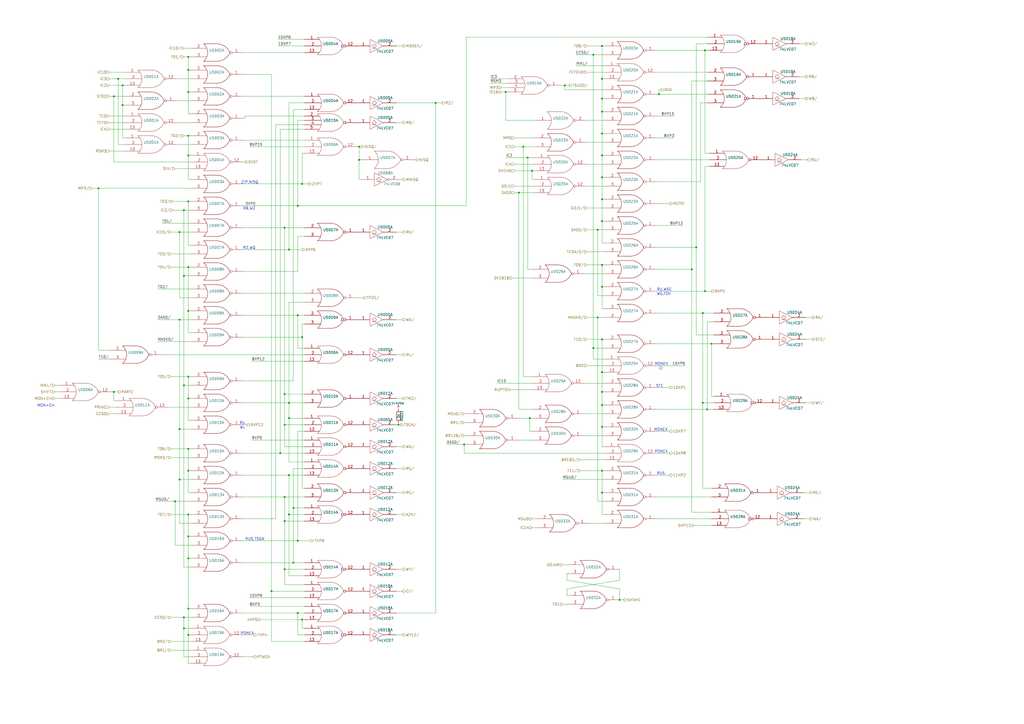
<source format=kicad_sch>
(kicad_sch (version 20211123) (generator eeschema)
  (paper "A2")
  (junction (at 349.25 166.37))
  (junction (at 410.21 237.49))
  (junction (at 382.27 54.61))
  (junction (at 408.94 29.21))
  (junction (at 109.22 53.34))
  (junction (at 306.07 91.44))
  (junction (at 349.25 45.72))
  (junction (at 344.17 201.93))
  (junction (at 401.32 156.21))
  (junction (at 66.04 227.33))
  (junction (at 104.14 185.42))
  (junction (at 101.6 290.83))
  (junction (at 172.72 182.88))
  (junction (at 349.25 215.9))
  (junction (at 403.86 143.51))
  (junction (at 109.22 311.15))
  (junction (at 346.71 133.35))
  (junction (at 165.1 330.2))
  (junction (at 349.25 90.17))
  (junction (at 165.1 302.26))
  (junction (at 106.68 121.92))
  (junction (at 412.75 199.39))
  (junction (at 71.12 49.53))
  (junction (at 66.04 55.88))
  (junction (at 109.22 231.14))
  (junction (at 175.26 106.68))
  (junction (at 109.22 273.05))
  (junction (at 407.67 181.61))
  (junction (at 109.22 353.06))
  (junction (at 327.66 49.53))
  (junction (at 170.18 294.64))
  (junction (at 208.28 92.71))
  (junction (at 165.1 246.38))
  (junction (at 106.68 160.02))
  (junction (at 157.48 342.9))
  (junction (at 349.25 64.77))
  (junction (at 104.14 134.62))
  (junction (at 109.22 218.44))
  (junction (at 349.25 273.05))
  (junction (at 349.25 115.57))
  (junction (at 349.25 153.67))
  (junction (at 349.25 247.65))
  (junction (at 300.99 111.76))
  (junction (at 231.14 246.38))
  (junction (at 172.72 355.6))
  (junction (at 106.68 358.14))
  (junction (at 109.22 40.64))
  (junction (at 349.25 234.95))
  (junction (at 165.1 132.08))
  (junction (at 408.94 168.91))
  (junction (at 104.14 278.13))
  (junction (at 104.14 248.92))
  (junction (at 165.1 228.6))
  (junction (at 349.25 227.33))
  (junction (at 109.22 154.94))
  (junction (at 349.25 196.85))
  (junction (at 359.41 347.98))
  (junction (at 109.22 180.34))
  (junction (at 106.68 364.49))
  (junction (at 172.72 119.38))
  (junction (at 57.15 109.22))
  (junction (at 71.12 60.96))
  (junction (at 349.25 26.67))
  (junction (at 293.37 53.34))
  (junction (at 109.22 323.85))
  (junction (at 167.64 275.59))
  (junction (at 170.18 326.39))
  (junction (at 269.24 257.81))
  (junction (at 307.34 242.57))
  (junction (at 167.64 242.57))
  (junction (at 407.67 233.68))
  (junction (at 172.72 313.69))
  (junction (at 106.68 223.52))
  (junction (at 165.1 288.29))
  (junction (at 167.64 233.68))
  (junction (at 167.64 144.78))
  (junction (at 109.22 298.45))
  (junction (at 109.22 78.74))
  (junction (at 109.22 90.17))
  (junction (at 303.53 85.09))
  (junction (at 175.26 195.58))
  (junction (at 208.28 85.09))
  (junction (at 308.61 99.06))
  (junction (at 175.26 359.41))
  (junction (at 349.25 102.87))
  (junction (at 167.64 298.45))
  (junction (at 109.22 33.02))
  (junction (at 109.22 260.35))
  (junction (at 252.73 59.69))
  (junction (at 349.25 57.15))
  (junction (at 349.25 285.75))
  (junction (at 162.56 262.89))
  (junction (at 346.71 184.15))
  (junction (at 349.25 77.47))
  (junction (at 68.58 45.72))
  (junction (at 344.17 31.75))
  (junction (at 109.22 368.3))
  (junction (at 109.22 116.84))
  (junction (at 349.25 128.27))
  (wire (pts (xy 63.5 41.91) (xy 72.39 41.91)))
  (wire (pts (xy 381 212.09) (xy 397.51 212.09)))
  (wire (pts (xy 339.09 222.25) (xy 350.52 222.25)))
  (wire (pts (xy 401.32 297.18) (xy 412.75 297.18)))
  (wire (pts (xy 349.25 247.65) (xy 349.25 259.08)))
  (wire (pts (xy 403.86 25.4) (xy 410.21 25.4)))
  (wire (pts (xy 140.97 157.48) (xy 172.72 157.48)))
  (wire (pts (xy 172.72 69.85) (xy 176.53 69.85)))
  (wire (pts (xy 232.41 104.14) (xy 233.68 104.14)))
  (wire (pts (xy 414.02 186.69) (xy 410.21 186.69)))
  (wire (pts (xy 170.18 271.78) (xy 170.18 294.64)))
  (wire (pts (xy 407.67 181.61) (xy 407.67 233.68)))
  (wire (pts (xy 109.22 78.74) (xy 110.49 78.74)))
  (wire (pts (xy 327.66 49.53) (xy 327.66 52.07)))
  (wire (pts (xy 109.22 142.24) (xy 110.49 142.24)))
  (wire (pts (xy 99.06 134.62) (xy 104.14 134.62)))
  (wire (pts (xy 229.87 231.14) (xy 233.68 231.14)))
  (wire (pts (xy 102.87 58.42) (xy 110.49 58.42)))
  (wire (pts (xy 63.5 203.2) (xy 57.15 203.2)))
  (wire (pts (xy 99.06 154.94) (xy 109.22 154.94)))
  (wire (pts (xy 229.87 134.62) (xy 233.68 134.62)))
  (wire (pts (xy 407.67 233.68) (xy 407.67 283.21)))
  (wire (pts (xy 64.77 227.33) (xy 66.04 227.33)))
  (wire (pts (xy 106.68 121.92) (xy 110.49 121.92)))
  (wire (pts (xy 269.24 245.11) (xy 270.51 245.11)))
  (wire (pts (xy 167.64 59.69) (xy 176.53 59.69)))
  (wire (pts (xy 406.4 59.69) (xy 410.21 59.69)))
  (wire (pts (xy 349.25 153.67) (xy 350.52 153.67)))
  (wire (pts (xy 293.37 91.44) (xy 306.07 91.44)))
  (wire (pts (xy 110.49 129.54) (xy 93.98 129.54)))
  (wire (pts (xy 71.12 60.96) (xy 71.12 80.01)))
  (wire (pts (xy 165.1 228.6) (xy 176.53 228.6)))
  (wire (pts (xy 298.45 99.06) (xy 308.61 99.06)))
  (wire (pts (xy 412.75 199.39) (xy 414.02 199.39)))
  (wire (pts (xy 208.28 85.09) (xy 209.55 85.09)))
  (wire (pts (xy 176.53 271.78) (xy 170.18 271.78)))
  (wire (pts (xy 402.59 304.8) (xy 412.75 304.8)))
  (wire (pts (xy 109.22 273.05) (xy 109.22 285.75)))
  (wire (pts (xy 99.06 358.14) (xy 106.68 358.14)))
  (wire (pts (xy 349.25 26.67) (xy 350.52 26.67)))
  (wire (pts (xy 140.97 233.68) (xy 167.64 233.68)))
  (wire (pts (xy 106.68 381) (xy 110.49 381)))
  (wire (pts (xy 71.12 80.01) (xy 72.39 80.01)))
  (wire (pts (xy 175.26 283.21) (xy 176.53 283.21)))
  (wire (pts (xy 165.1 302.26) (xy 176.53 302.26)))
  (wire (pts (xy 31.75 231.14) (xy 34.29 231.14)))
  (wire (pts (xy 140.97 368.3) (xy 147.32 368.3)))
  (wire (pts (xy 231.14 246.38) (xy 232.41 246.38)))
  (wire (pts (xy 165.1 246.38) (xy 176.53 246.38)))
  (wire (pts (xy 109.22 66.04) (xy 110.49 66.04)))
  (wire (pts (xy 349.25 26.67) (xy 349.25 45.72)))
  (wire (pts (xy 140.97 355.6) (xy 172.72 355.6)))
  (wire (pts (xy 176.53 346.71) (xy 144.78 346.71)))
  (wire (pts (xy 303.53 85.09) (xy 309.88 85.09)))
  (wire (pts (xy 349.25 90.17) (xy 349.25 102.87)))
  (wire (pts (xy 175.26 187.96) (xy 175.26 195.58)))
  (wire (pts (xy 382.27 54.61) (xy 382.27 52.07)))
  (wire (pts (xy 99.06 147.32) (xy 110.49 147.32)))
  (wire (pts (xy 109.22 116.84) (xy 110.49 116.84)))
  (wire (pts (xy 340.36 212.09) (xy 350.52 212.09)))
  (wire (pts (xy 229.87 298.45) (xy 233.68 298.45)))
  (wire (pts (xy 109.22 260.35) (xy 110.49 260.35)))
  (wire (pts (xy 167.64 242.57) (xy 176.53 242.57)))
  (wire (pts (xy 344.17 31.75) (xy 350.52 31.75)))
  (wire (pts (xy 109.22 231.14) (xy 109.22 243.84)))
  (wire (pts (xy 410.21 46.99) (xy 401.32 46.99)))
  (wire (pts (xy 66.04 227.33) (xy 66.04 232.41)))
  (wire (pts (xy 165.1 132.08) (xy 176.53 132.08)))
  (wire (pts (xy 102.87 83.82) (xy 110.49 83.82)))
  (wire (pts (xy 300.99 255.27) (xy 308.61 255.27)))
  (wire (pts (xy 412.75 300.99) (xy 381 300.99)))
  (wire (pts (xy 293.37 53.34) (xy 293.37 69.85)))
  (wire (pts (xy 172.72 201.93) (xy 176.53 201.93)))
  (wire (pts (xy 349.25 234.95) (xy 349.25 247.65)))
  (wire (pts (xy 294.64 45.72) (xy 284.48 45.72)))
  (wire (pts (xy 381 29.21) (xy 408.94 29.21)))
  (wire (pts (xy 381 143.51) (xy 403.86 143.51)))
  (wire (pts (xy 99.06 218.44) (xy 109.22 218.44)))
  (wire (pts (xy 146.05 255.27) (xy 176.53 255.27)))
  (wire (pts (xy 229.87 185.42) (xy 233.68 185.42)))
  (wire (pts (xy 382.27 52.07) (xy 383.54 52.07)))
  (wire (pts (xy 140.97 144.78) (xy 167.64 144.78)))
  (wire (pts (xy 340.36 196.85) (xy 349.25 196.85)))
  (wire (pts (xy 109.22 273.05) (xy 110.49 273.05)))
  (wire (pts (xy 350.52 146.05) (xy 340.36 146.05)))
  (wire (pts (xy 410.21 186.69) (xy 410.21 237.49)))
  (wire (pts (xy 303.53 218.44) (xy 308.61 218.44)))
  (wire (pts (xy 160.02 72.39) (xy 176.53 72.39)))
  (wire (pts (xy 140.97 55.88) (xy 176.53 55.88)))
  (wire (pts (xy 349.25 45.72) (xy 349.25 57.15)))
  (wire (pts (xy 336.55 273.05) (xy 349.25 273.05)))
  (wire (pts (xy 109.22 231.14) (xy 110.49 231.14)))
  (wire (pts (xy 349.25 227.33) (xy 349.25 234.95)))
  (wire (pts (xy 293.37 53.34) (xy 294.64 53.34)))
  (wire (pts (xy 109.22 53.34) (xy 110.49 53.34)))
  (wire (pts (xy 71.12 60.96) (xy 72.39 60.96)))
  (wire (pts (xy 327.66 52.07) (xy 350.52 52.07)))
  (wire (pts (xy 167.64 298.45) (xy 167.64 334.01)))
  (wire (pts (xy 104.14 185.42) (xy 104.14 248.92)))
  (wire (pts (xy 346.71 171.45) (xy 346.71 133.35)))
  (wire (pts (xy 381 250.19) (xy 388.62 250.19)))
  (wire (pts (xy 381 80.01) (xy 391.16 80.01)))
  (wire (pts (xy 109.22 298.45) (xy 110.49 298.45)))
  (wire (pts (xy 349.25 115.57) (xy 350.52 115.57)))
  (wire (pts (xy 172.72 157.48) (xy 172.72 137.16)))
  (wire (pts (xy 165.1 259.08) (xy 176.53 259.08)))
  (wire (pts (xy 68.58 45.72) (xy 68.58 83.82)))
  (wire (pts (xy 349.25 285.75) (xy 349.25 298.45)))
  (wire (pts (xy 34.29 223.52) (xy 31.75 223.52)))
  (wire (pts (xy 349.25 64.77) (xy 350.52 64.77)))
  (wire (pts (xy 293.37 69.85) (xy 309.88 69.85)))
  (wire (pts (xy 109.22 368.3) (xy 110.49 368.3)))
  (wire (pts (xy 307.34 250.19) (xy 307.34 242.57)))
  (wire (pts (xy 109.22 40.64) (xy 109.22 53.34)))
  (wire (pts (xy 298.45 80.01) (xy 309.88 80.01)))
  (wire (pts (xy 359.41 336.55) (xy 328.93 341.63)))
  (wire (pts (xy 401.32 156.21) (xy 401.32 297.18)))
  (wire (pts (xy 91.44 167.64) (xy 110.49 167.64)))
  (wire (pts (xy 308.61 250.19) (xy 307.34 250.19)))
  (wire (pts (xy 167.64 233.68) (xy 176.53 233.68)))
  (wire (pts (xy 240.03 92.71) (xy 241.3 92.71)))
  (wire (pts (xy 346.71 290.83) (xy 350.52 290.83)))
  (wire (pts (xy 104.14 278.13) (xy 110.49 278.13)))
  (wire (pts (xy 349.25 196.85) (xy 350.52 196.85)))
  (wire (pts (xy 176.53 63.5) (xy 170.18 63.5)))
  (wire (pts (xy 229.87 59.69) (xy 252.73 59.69)))
  (wire (pts (xy 109.22 353.06) (xy 110.49 353.06)))
  (wire (pts (xy 407.67 233.68) (xy 414.02 233.68)))
  (wire (pts (xy 162.56 74.93) (xy 162.56 262.89)))
  (wire (pts (xy 269.24 257.81) (xy 270.51 257.81)))
  (wire (pts (xy 140.97 381) (xy 147.32 381)))
  (wire (pts (xy 104.14 134.62) (xy 104.14 172.72)))
  (wire (pts (xy 165.1 330.2) (xy 176.53 330.2)))
  (wire (pts (xy 381 118.11) (xy 388.62 118.11)))
  (wire (pts (xy 142.24 68.58) (xy 142.24 67.31)))
  (wire (pts (xy 167.64 242.57) (xy 167.64 267.97)))
  (wire (pts (xy 140.97 81.28) (xy 176.53 81.28)))
  (wire (pts (xy 167.64 334.01) (xy 176.53 334.01)))
  (wire (pts (xy 63.5 55.88) (xy 66.04 55.88)))
  (wire (pts (xy 349.25 227.33) (xy 350.52 227.33)))
  (wire (pts (xy 411.48 92.71) (xy 381 92.71)))
  (wire (pts (xy 165.1 228.6) (xy 165.1 246.38)))
  (wire (pts (xy 176.53 294.64) (xy 170.18 294.64)))
  (wire (pts (xy 100.33 121.92) (xy 106.68 121.92)))
  (wire (pts (xy 63.5 87.63) (xy 72.39 87.63)))
  (wire (pts (xy 104.14 248.92) (xy 110.49 248.92)))
  (wire (pts (xy 101.6 290.83) (xy 110.49 290.83)))
  (wire (pts (xy 167.64 275.59) (xy 167.64 298.45)))
  (wire (pts (xy 176.53 209.55) (xy 146.05 209.55)))
  (wire (pts (xy 71.12 49.53) (xy 71.12 60.96)))
  (wire (pts (xy 175.26 359.41) (xy 175.26 364.49)))
  (wire (pts (xy 142.24 67.31) (xy 176.53 67.31)))
  (wire (pts (xy 328.93 336.55) (xy 328.93 332.74)))
  (wire (pts (xy 403.86 25.4) (xy 403.86 143.51)))
  (wire (pts (xy 160.02 300.99) (xy 160.02 72.39)))
  (wire (pts (xy 349.25 166.37) (xy 349.25 179.07)))
  (wire (pts (xy 170.18 63.5) (xy 170.18 220.98)))
  (wire (pts (xy 349.25 298.45) (xy 350.52 298.45)))
  (wire (pts (xy 109.22 243.84) (xy 110.49 243.84)))
  (wire (pts (xy 359.41 330.2) (xy 359.41 336.55)))
  (wire (pts (xy 167.64 144.78) (xy 167.64 59.69)))
  (wire (pts (xy 252.73 59.69) (xy 252.73 355.6)))
  (wire (pts (xy 349.25 247.65) (xy 350.52 247.65)))
  (wire (pts (xy 463.55 44.45) (xy 467.36 44.45)))
  (wire (pts (xy 97.79 236.22) (xy 110.49 236.22)))
  (wire (pts (xy 157.48 43.18) (xy 157.48 342.9)))
  (wire (pts (xy 412.75 229.87) (xy 412.75 199.39)))
  (wire (pts (xy 63.5 71.12) (xy 72.39 71.12)))
  (wire (pts (xy 259.08 257.81) (xy 269.24 257.81)))
  (wire (pts (xy 229.87 71.12) (xy 233.68 71.12)))
  (wire (pts (xy 109.22 104.14) (xy 110.49 104.14)))
  (wire (pts (xy 308.61 222.25) (xy 288.29 222.25)))
  (wire (pts (xy 298.45 111.76) (xy 300.99 111.76)))
  (wire (pts (xy 101.6 97.79) (xy 110.49 97.79)))
  (wire (pts (xy 109.22 384.81) (xy 110.49 384.81)))
  (wire (pts (xy 269.24 252.73) (xy 270.51 252.73)))
  (wire (pts (xy 140.97 246.38) (xy 143.51 246.38)))
  (wire (pts (xy 403.86 194.31) (xy 414.02 194.31)))
  (wire (pts (xy 109.22 33.02) (xy 110.49 33.02)))
  (wire (pts (xy 349.25 102.87) (xy 349.25 115.57)))
  (wire (pts (xy 109.22 323.85) (xy 109.22 353.06)))
  (wire (pts (xy 231.14 246.38) (xy 231.14 245.11)))
  (wire (pts (xy 412.75 288.29) (xy 381 288.29)))
  (wire (pts (xy 167.64 233.68) (xy 167.64 242.57)))
  (wire (pts (xy 349.25 45.72) (xy 350.52 45.72)))
  (wire (pts (xy 176.53 22.86) (xy 161.29 22.86)))
  (wire (pts (xy 157.48 342.9) (xy 176.53 342.9)))
  (wire (pts (xy 106.68 223.52) (xy 110.49 223.52)))
  (wire (pts (xy 349.25 128.27) (xy 350.52 128.27)))
  (wire (pts (xy 401.32 46.99) (xy 401.32 156.21)))
  (wire (pts (xy 270.51 240.03) (xy 269.24 240.03)))
  (wire (pts (xy 57.15 203.2) (xy 57.15 109.22)))
  (wire (pts (xy 140.97 106.68) (xy 175.26 106.68)))
  (wire (pts (xy 252.73 355.6) (xy 229.87 355.6)))
  (wire (pts (xy 344.17 31.75) (xy 344.17 201.93)))
  (wire (pts (xy 109.22 53.34) (xy 109.22 66.04)))
  (wire (pts (xy 165.1 246.38) (xy 165.1 259.08)))
  (wire (pts (xy 63.5 49.53) (xy 71.12 49.53)))
  (wire (pts (xy 167.64 175.26) (xy 176.53 175.26)))
  (wire (pts (xy 381 130.81) (xy 396.24 130.81)))
  (wire (pts (xy 110.49 71.12) (xy 102.87 71.12)))
  (wire (pts (xy 91.44 185.42) (xy 104.14 185.42)))
  (wire (pts (xy 175.26 88.9) (xy 175.26 106.68)))
  (wire (pts (xy 349.25 285.75) (xy 350.52 285.75)))
  (wire (pts (xy 344.17 201.93) (xy 350.52 201.93)))
  (wire (pts (xy 311.15 306.07) (xy 308.61 306.07)))
  (wire (pts (xy 167.64 298.45) (xy 176.53 298.45)))
  (wire (pts (xy 102.87 45.72) (xy 110.49 45.72)))
  (wire (pts (xy 307.34 242.57) (xy 308.61 242.57)))
  (wire (pts (xy 140.97 275.59) (xy 167.64 275.59)))
  (wire (pts (xy 408.94 29.21) (xy 408.94 88.9)))
  (wire (pts (xy 170.18 326.39) (xy 176.53 326.39)))
  (wire (pts (xy 106.68 364.49) (xy 110.49 364.49)))
  (wire (pts (xy 467.36 196.85) (xy 471.17 196.85)))
  (wire (pts (xy 106.68 328.93) (xy 110.49 328.93)))
  (wire (pts (xy 381 105.41) (xy 406.4 105.41)))
  (wire (pts (xy 349.25 115.57) (xy 349.25 128.27)))
  (wire (pts (xy 104.14 278.13) (xy 104.14 303.53)))
  (wire (pts (xy 381 67.31) (xy 391.16 67.31)))
  (wire (pts (xy 406.4 105.41) (xy 406.4 59.69)))
  (wire (pts (xy 109.22 368.3) (xy 109.22 384.81)))
  (wire (pts (xy 229.87 342.9) (xy 233.68 342.9)))
  (wire (pts (xy 140.97 313.69) (xy 172.72 313.69)))
  (wire (pts (xy 382.27 54.61) (xy 410.21 54.61)))
  (wire (pts (xy 340.36 184.15) (xy 346.71 184.15)))
  (wire (pts (xy 53.34 109.22) (xy 57.15 109.22)))
  (wire (pts (xy 381 168.91) (xy 408.94 168.91)))
  (wire (pts (xy 57.15 109.22) (xy 110.49 109.22)))
  (wire (pts (xy 165.1 132.08) (xy 165.1 228.6)))
  (wire (pts (xy 172.72 355.6) (xy 176.53 355.6)))
  (wire (pts (xy 109.22 218.44) (xy 109.22 231.14)))
  (wire (pts (xy 172.72 250.19) (xy 176.53 250.19)))
  (wire (pts (xy 349.25 234.95) (xy 350.52 234.95)))
  (wire (pts (xy 208.28 104.14) (xy 209.55 104.14)))
  (wire (pts (xy 99.06 298.45) (xy 109.22 298.45)))
  (wire (pts (xy 340.36 153.67) (xy 349.25 153.67)))
  (wire (pts (xy 170.18 220.98) (xy 140.97 220.98)))
  (wire (pts (xy 290.83 53.34) (xy 293.37 53.34)))
  (wire (pts (xy 172.72 368.3) (xy 176.53 368.3)))
  (wire (pts (xy 165.1 330.2) (xy 165.1 339.09)))
  (wire (pts (xy 381 275.59) (xy 388.62 275.59)))
  (wire (pts (xy 109.22 90.17) (xy 110.49 90.17)))
  (wire (pts (xy 408.94 88.9) (xy 411.48 88.9)))
  (wire (pts (xy 110.49 265.43) (xy 99.06 265.43)))
  (wire (pts (xy 294.64 50.8) (xy 290.83 50.8)))
  (wire (pts (xy 170.18 294.64) (xy 170.18 326.39)))
  (wire (pts (xy 340.36 133.35) (xy 346.71 133.35)))
  (wire (pts (xy 381 181.61) (xy 407.67 181.61)))
  (wire (pts (xy 467.36 233.68) (xy 471.17 233.68)))
  (wire (pts (xy 270.51 119.38) (xy 270.51 21.59)))
  (wire (pts (xy 151.13 359.41) (xy 175.26 359.41)))
  (wire (pts (xy 172.72 313.69) (xy 180.34 313.69)))
  (wire (pts (xy 109.22 40.64) (xy 110.49 40.64)))
  (wire (pts (xy 349.25 179.07) (xy 350.52 179.07)))
  (wire (pts (xy 104.14 134.62) (xy 110.49 134.62)))
  (wire (pts (xy 106.68 27.94) (xy 110.49 27.94)))
  (wire (pts (xy 106.68 364.49) (xy 106.68 381)))
  (wire (pts (xy 176.53 88.9) (xy 175.26 88.9)))
  (wire (pts (xy 66.04 227.33) (xy 68.58 227.33)))
  (wire (pts (xy 167.64 175.26) (xy 167.64 233.68)))
  (wire (pts (xy 340.36 95.25) (xy 350.52 95.25)))
  (wire (pts (xy 229.87 285.75) (xy 233.68 285.75)))
  (wire (pts (xy 100.33 116.84) (xy 109.22 116.84)))
  (wire (pts (xy 410.21 237.49) (xy 414.02 237.49)))
  (wire (pts (xy 106.68 358.14) (xy 110.49 358.14)))
  (wire (pts (xy 229.87 368.3) (xy 233.68 368.3)))
  (wire (pts (xy 270.51 21.59) (xy 410.21 21.59)))
  (wire (pts (xy 308.61 161.29) (xy 297.18 161.29)))
  (wire (pts (xy 349.25 57.15) (xy 349.25 64.77)))
  (wire (pts (xy 408.94 168.91) (xy 412.75 168.91)))
  (wire (pts (xy 157.48 372.11) (xy 176.53 372.11)))
  (wire (pts (xy 207.01 172.72) (xy 210.82 172.72)))
  (wire (pts (xy 140.97 262.89) (xy 162.56 262.89)))
  (wire (pts (xy 408.94 29.21) (xy 410.21 29.21)))
  (wire (pts (xy 346.71 184.15) (xy 346.71 290.83)))
  (wire (pts (xy 339.09 240.03) (xy 350.52 240.03)))
  (wire (pts (xy 66.04 93.98) (xy 110.49 93.98)))
  (wire (pts (xy 328.93 341.63) (xy 328.93 345.44)))
  (wire (pts (xy 467.36 184.15) (xy 471.17 184.15)))
  (wire (pts (xy 176.53 26.67) (xy 161.29 26.67)))
  (wire (pts (xy 157.48 342.9) (xy 157.48 372.11)))
  (wire (pts (xy 109.22 218.44) (xy 110.49 218.44)))
  (wire (pts (xy 306.07 91.44) (xy 309.88 91.44)))
  (wire (pts (xy 106.68 33.02) (xy 109.22 33.02)))
  (wire (pts (xy 140.97 30.48) (xy 176.53 30.48)))
  (wire (pts (xy 109.22 78.74) (xy 109.22 90.17)))
  (wire (pts (xy 167.64 144.78) (xy 175.26 144.78)))
  (wire (pts (xy 325.12 49.53) (xy 327.66 49.53)))
  (wire (pts (xy 207.01 85.09) (xy 208.28 85.09)))
  (wire (pts (xy 104.14 303.53) (xy 110.49 303.53)))
  (wire (pts (xy 414.02 229.87) (xy 412.75 229.87)))
  (wire (pts (xy 140.97 195.58) (xy 175.26 195.58)))
  (wire (pts (xy 308.61 104.14) (xy 309.88 104.14)))
  (wire (pts (xy 68.58 45.72) (xy 72.39 45.72)))
  (wire (pts (xy 63.5 45.72) (xy 68.58 45.72)))
  (wire (pts (xy 252.73 59.69) (xy 256.54 59.69)))
  (wire (pts (xy 109.22 285.75) (xy 110.49 285.75)))
  (wire (pts (xy 172.72 119.38) (xy 270.51 119.38)))
  (wire (pts (xy 349.25 64.77) (xy 349.25 77.47)))
  (wire (pts (xy 349.25 77.47) (xy 349.25 90.17)))
  (wire (pts (xy 349.25 215.9) (xy 350.52 215.9)))
  (wire (pts (xy 109.22 154.94) (xy 109.22 180.34)))
  (wire (pts (xy 104.14 172.72) (xy 110.49 172.72)))
  (wire (pts (xy 300.99 242.57) (xy 307.34 242.57)))
  (wire (pts (xy 327.66 49.53) (xy 330.2 49.53)))
  (wire (pts (xy 349.25 153.67) (xy 349.25 166.37)))
  (wire (pts (xy 109.22 154.94) (xy 110.49 154.94)))
  (wire (pts (xy 175.26 187.96) (xy 176.53 187.96)))
  (wire (pts (xy 359.41 347.98) (xy 361.95 347.98)))
  (wire (pts (xy 350.52 171.45) (xy 346.71 171.45)))
  (wire (pts (xy 172.72 119.38) (xy 172.72 69.85)))
  (wire (pts (xy 229.87 246.38) (xy 231.14 246.38)))
  (wire (pts (xy 101.6 316.23) (xy 101.6 290.83)))
  (wire (pts (xy 67.31 236.22) (xy 63.5 236.22)))
  (wire (pts (xy 175.26 106.68) (xy 179.07 106.68)))
  (wire (pts (xy 106.68 121.92) (xy 106.68 160.02)))
  (wire (pts (xy 339.09 158.75) (xy 350.52 158.75)))
  (wire (pts (xy 229.87 205.74) (xy 233.68 205.74)))
  (wire (pts (xy 110.49 198.12) (xy 91.44 198.12)))
  (wire (pts (xy 346.71 133.35) (xy 350.52 133.35)))
  (wire (pts (xy 172.72 313.69) (xy 172.72 250.19)))
  (wire (pts (xy 326.39 350.52) (xy 328.93 350.52)))
  (wire (pts (xy 407.67 181.61) (xy 414.02 181.61)))
  (wire (pts (xy 328.93 327.66) (xy 326.39 327.66)))
  (wire (pts (xy 349.25 273.05) (xy 350.52 273.05)))
  (wire (pts (xy 175.26 364.49) (xy 176.53 364.49)))
  (wire (pts (xy 381 237.49) (xy 410.21 237.49)))
  (wire (pts (xy 90.17 290.83) (xy 101.6 290.83)))
  (wire (pts (xy 175.26 195.58) (xy 175.26 283.21)))
  (wire (pts (xy 340.36 82.55) (xy 350.52 82.55)))
  (wire (pts (xy 381 199.39) (xy 412.75 199.39)))
  (wire (pts (xy 350.52 107.95) (xy 340.36 107.95)))
  (wire (pts (xy 350.52 38.1) (xy 334.01 38.1)))
  (wire (pts (xy 110.49 316.23) (xy 101.6 316.23)))
  (wire (pts (xy 349.25 215.9) (xy 349.25 227.33)))
  (wire (pts (xy 176.53 74.93) (xy 162.56 74.93)))
  (wire (pts (xy 106.68 160.02) (xy 110.49 160.02)))
  (wire (pts (xy 140.97 132.08) (xy 165.1 132.08)))
  (wire (pts (xy 63.5 74.93) (xy 72.39 74.93)))
  (wire (pts (xy 208.28 85.09) (xy 208.28 92.71)))
  (wire (pts (xy 140.97 68.58) (xy 142.24 68.58)))
  (wire (pts (xy 71.12 49.53) (xy 72.39 49.53)))
  (wire (pts (xy 229.87 26.67) (xy 233.68 26.67)))
  (wire (pts (xy 269.24 262.89) (xy 350.52 262.89)))
  (wire (pts (xy 31.75 227.33) (xy 34.29 227.33)))
  (wire (pts (xy 349.25 140.97) (xy 350.52 140.97)))
  (wire (pts (xy 340.36 120.65) (xy 350.52 120.65)))
  (wire (pts (xy 344.17 201.93) (xy 344.17 208.28)))
  (wire (pts (xy 300.99 237.49) (xy 308.61 237.49)))
  (wire (pts (xy 142.24 93.98) (xy 140.97 93.98)))
  (wire (pts (xy 349.25 90.17) (xy 350.52 90.17)))
  (wire (pts (xy 63.5 240.03) (xy 67.31 240.03)))
  (wire (pts (xy 165.1 339.09) (xy 176.53 339.09)))
  (wire (pts (xy 229.87 330.2) (xy 233.68 330.2)))
  (wire (pts (xy 463.55 25.4) (xy 467.36 25.4)))
  (wire (pts (xy 381 224.79) (xy 388.62 224.79)))
  (wire (pts (xy 294.64 48.26) (xy 284.48 48.26)))
  (wire (pts (xy 140.97 43.18) (xy 157.48 43.18)))
  (wire (pts (xy 308.61 99.06) (xy 309.88 99.06)))
  (wire (pts (xy 109.22 180.34) (xy 109.22 193.04)))
  (wire (pts (xy 165.1 288.29) (xy 176.53 288.29)))
  (wire (pts (xy 229.87 271.78) (xy 233.68 271.78)))
  (wire (pts (xy 99.06 260.35) (xy 109.22 260.35)))
  (wire (pts (xy 109.22 353.06) (xy 109.22 368.3)))
  (wire (pts (xy 167.64 275.59) (xy 176.53 275.59)))
  (wire (pts (xy 109.22 90.17) (xy 109.22 104.14)))
  (wire (pts (xy 349.25 259.08) (xy 350.52 259.08)))
  (wire (pts (xy 340.36 26.67) (xy 349.25 26.67)))
  (wire (pts (xy 109.22 311.15) (xy 109.22 323.85)))
  (wire (pts (xy 349.25 273.05) (xy 349.25 285.75)))
  (wire (pts (xy 403.86 143.51) (xy 403.86 194.31)))
  (wire (pts (xy 172.72 355.6) (xy 172.72 368.3)))
  (wire (pts (xy 106.68 223.52) (xy 106.68 328.93)))
  (wire (pts (xy 295.91 226.06) (xy 308.61 226.06)))
  (wire (pts (xy 172.72 182.88) (xy 176.53 182.88)))
  (wire (pts (xy 349.25 128.27) (xy 349.25 140.97)))
  (wire (pts (xy 176.53 351.79) (xy 144.78 351.79)))
  (wire (pts (xy 106.68 358.14) (xy 106.68 364.49)))
  (wire (pts (xy 349.25 77.47) (xy 350.52 77.47)))
  (wire (pts (xy 99.06 377.19) (xy 110.49 377.19)))
  (wire (pts (xy 309.88 95.25) (xy 298.45 95.25)))
  (wire (pts (xy 165.1 288.29) (xy 165.1 302.26)))
  (wire (pts (xy 349.25 196.85) (xy 349.25 215.9)))
  (wire (pts (xy 350.52 278.13) (xy 326.39 278.13)))
  (wire (pts (xy 209.55 92.71) (xy 208.28 92.71)))
  (wire (pts (xy 109.22 323.85) (xy 110.49 323.85)))
  (wire (pts (xy 306.07 91.44) (xy 306.07 156.21)))
  (wire (pts (xy 466.09 285.75) (xy 469.9 285.75)))
  (wire (pts (xy 172.72 182.88) (xy 172.72 201.93)))
  (wire (pts (xy 109.22 180.34) (xy 110.49 180.34)))
  (wire (pts (xy 140.97 119.38) (xy 172.72 119.38)))
  (wire (pts (xy 208.28 92.71) (xy 208.28 104.14)))
  (wire (pts (xy 346.71 184.15) (xy 350.52 184.15)))
  (wire (pts (xy 311.15 300.99) (xy 308.61 300.99)))
  (wire (pts (xy 63.5 67.31) (xy 72.39 67.31)))
  (wire (pts (xy 341.63 303.53) (xy 350.52 303.53)))
  (wire (pts (xy 106.68 160.02) (xy 106.68 223.52)))
  (wire (pts (xy 109.22 33.02) (xy 109.22 40.64)))
  (wire (pts (xy 298.45 85.09) (xy 303.53 85.09)))
  (wire (pts (xy 106.68 78.74) (xy 109.22 78.74)))
  (wire (pts (xy 172.72 137.16) (xy 176.53 137.16)))
  (wire (pts (xy 140.97 170.18) (xy 176.53 170.18)))
  (wire (pts (xy 408.94 168.91) (xy 408.94 96.52)))
  (wire (pts (xy 229.87 259.08) (xy 233.68 259.08)))
  (wire (pts (xy 463.55 57.15) (xy 467.36 57.15)))
  (wire (pts (xy 140.97 182.88) (xy 172.72 182.88)))
  (wire (pts (xy 359.41 347.98) (xy 359.41 341.63)))
  (wire (pts (xy 344.17 208.28) (xy 350.52 208.28)))
  (wire (pts (xy 401.32 156.21) (xy 381 156.21)))
  (wire (pts (xy 68.58 83.82) (xy 72.39 83.82)))
  (wire (pts (xy 340.36 69.85) (xy 350.52 69.85)))
  (wire (pts (xy 269.24 257.81) (xy 269.24 262.89)))
  (wire (pts (xy 167.64 267.97) (xy 176.53 267.97)))
  (wire (pts (xy 466.09 300.99) (xy 469.9 300.99)))
  (wire (pts (xy 104.14 248.92) (xy 104.14 278.13)))
  (wire (pts (xy 334.01 31.75) (xy 344.17 31.75)))
  (wire (pts (xy 339.09 252.73) (xy 350.52 252.73)))
  (wire (pts (xy 340.36 41.91) (xy 350.52 41.91)))
  (wire (pts (xy 109.22 116.84) (xy 109.22 142.24)))
  (wire (pts (xy 336.55 266.7) (xy 350.52 266.7)))
  (wire (pts (xy 407.67 283.21) (xy 412.75 283.21)))
  (wire (pts (xy 300.99 111.76) (xy 300.99 237.49)))
  (wire (pts (xy 349.25 102.87) (xy 350.52 102.87)))
  (wire (pts (xy 63.5 208.28) (xy 57.15 208.28)))
  (wire (pts (xy 109.22 311.15) (xy 110.49 311.15)))
  (wire (pts (xy 359.41 341.63) (xy 328.93 336.55)))
  (wire (pts (xy 176.53 85.09) (xy 144.78 85.09)))
  (wire (pts (xy 298.45 107.95) (xy 309.88 107.95)))
  (wire (pts (xy 408.94 96.52) (xy 411.48 96.52)))
  (wire (pts (xy 381 54.61) (xy 382.27 54.61)))
  (wire (pts (xy 99.06 372.11) (xy 110.49 372.11)))
  (wire (pts (xy 176.53 205.74) (xy 93.98 205.74)))
  (wire (pts (xy 175.26 359.41) (xy 176.53 359.41)))
  (wire (pts (xy 109.22 298.45) (xy 109.22 311.15)))
  (wire (pts (xy 300.99 111.76) (xy 309.88 111.76)))
  (wire (pts (xy 140.97 288.29) (xy 165.1 288.29)))
  (wire (pts (xy 308.61 99.06) (xy 308.61 104.14)))
  (wire (pts (xy 381 41.91) (xy 410.21 41.91)))
  (wire (pts (xy 349.25 57.15) (xy 350.52 57.15)))
  (wire (pts (xy 162.56 262.89) (xy 176.53 262.89)))
  (wire (pts (xy 109.22 193.04) (xy 110.49 193.04)))
  (wire (pts (xy 140.97 326.39) (xy 170.18 326.39)))
  (wire (pts (xy 165.1 302.26) (xy 165.1 330.2)))
  (wire (pts (xy 381 262.89) (xy 388.62 262.89)))
  (wire (pts (xy 109.22 260.35) (xy 109.22 273.05)))
  (wire (pts (xy 303.53 85.09) (xy 303.53 218.44)))
  (wire (pts (xy 66.04 55.88) (xy 72.39 55.88)))
  (wire (pts (xy 464.82 92.71) (xy 468.63 92.71)))
  (wire (pts (xy 349.25 166.37) (xy 350.52 166.37)))
  (wire (pts (xy 140.97 300.99) (xy 160.02 300.99)))
  (wire (pts (xy 306.07 156.21) (xy 308.61 156.21)))
  (wire (pts (xy 104.14 185.42) (xy 110.49 185.42)))
  (wire (pts (xy 66.04 232.41) (xy 67.31 232.41)))
  (wire (pts (xy 66.04 55.88) (xy 66.04 93.98)))
  (text "WG,TOV" (at 381 171.45 0) (effects (font (size 1.524 1.524)) (justify left bottom)))
  (text "PONEX\n" (at 147.32 368.3 180) (effects (font (size 1.524 1.524)) (justify right bottom)))
  (text "RU" (at 142.24 246.38 180) (effects (font (size 1.524 1.524)) (justify right bottom)))
  (text "MONEX" (at 379.73 212.09 0) (effects (font (size 1.524 1.524)) (justify left bottom)))
  (text "RUS" (at 381 275.59 0) (effects (font (size 1.524 1.524)) (justify left bottom)))
  (text "RB,WZ" (at 140.97 121.92 0) (effects (font (size 1.524 1.524)) (justify left bottom)))
  (text "ZIP,NISQ" (at 149.86 106.68 180) (effects (font (size 1.524 1.524)) (justify right bottom)))
  (text "RUS,TSGN" (at 142.24 313.69 0) (effects (font (size 1.524 1.524)) (justify left bottom)))
  (text "RU,WSC" (at 381 168.91 0) (effects (font (size 1.524 1.524)) (justify left bottom)))
  (text "WL" (at 142.24 248.92 180) (effects (font (size 1.524 1.524)) (justify right bottom)))
  (text "MONEX" (at 387.35 250.19 180) (effects (font (size 1.524 1.524)) (justify right bottom)))
  (text "ST1" (at 384.81 224.79 180) (effects (font (size 1.524 1.524)) (justify right bottom)))
  (text "CI" (at 382.27 214.63 0) (effects (font (size 1.524 1.524)) (justify left bottom)))
  (text "MON+CH" (at 21.59 236.22 0) (effects (font (size 1.524 1.524)) (justify left bottom)))
  (text "RZ,WQ" (at 140.97 144.78 0) (effects (font (size 1.524 1.524)) (justify left bottom)))
  (text "PONEX" (at 379.73 262.89 0) (effects (font (size 1.524 1.524)) (justify left bottom)))
  (label "3XP5" (at 142.24 119.38 0) (effects (font (size 1.524 1.524))))
  (label "8XP12" (at 396.24 130.81 180) (effects (font (size 1.524 1.524))))
  (label "8XP15" (at 144.78 85.09 0) (effects (font (size 1.524 1.524))))
  (label "T02/" (at 91.44 167.64 0) (effects (font (size 1.524 1.524))))
  (label "CCS0/" (at 334.01 31.75 0) (effects (font (size 1.524 1.524))))
  (label "RSM3" (at 284.48 48.26 0) (effects (font (size 1.524 1.524))))
  (label "T01/" (at 93.98 129.54 0) (effects (font (size 1.524 1.524))))
  (label "10XP6" (at 397.51 212.09 180) (effects (font (size 1.524 1.524))))
  (label "8XP15" (at 391.16 67.31 180) (effects (font (size 1.524 1.524))))
  (label "8XP12" (at 146.05 209.55 0) (effects (font (size 1.524 1.524))))
  (label "DAS0/" (at 91.44 185.42 0) (effects (font (size 1.524 1.524))))
  (label "10XP6" (at 161.29 22.86 0) (effects (font (size 1.524 1.524))))
  (label "T10/" (at 57.15 208.28 0) (effects (font (size 1.524 1.524))))
  (label "10XP6" (at 144.78 346.71 0) (effects (font (size 1.524 1.524))))
  (label "IC2" (at 293.37 91.44 0) (effects (font (size 1.524 1.524))))
  (label "MSU0/" (at 90.17 290.83 0) (effects (font (size 1.524 1.524))))
  (label "8XP3" (at 391.16 80.01 180) (effects (font (size 1.524 1.524))))
  (label "9XP5" (at 146.05 255.27 0) (effects (font (size 1.524 1.524))))
  (label "8XP3" (at 144.78 351.79 0) (effects (font (size 1.524 1.524))))
  (label "IC10" (at 288.29 222.25 0) (effects (font (size 1.524 1.524))))
  (label "INKL/" (at 334.01 38.1 0) (effects (font (size 1.524 1.524))))
  (label "10XP7" (at 161.29 26.67 0) (effects (font (size 1.524 1.524))))
  (label "MSU0/" (at 326.39 278.13 0) (effects (font (size 1.524 1.524))))
  (label "MASK0/" (at 91.44 198.12 0) (effects (font (size 1.524 1.524))))
  (label "DAS0/" (at 259.08 257.81 0) (effects (font (size 1.524 1.524))))
  (label "IC3" (at 284.48 45.72 0) (effects (font (size 1.524 1.524))))
  (hierarchical_label "T06/" (shape input) (at 99.06 260.35 180) (effects (font (size 1.524 1.524))))
  (hierarchical_label "11XP2" (shape output) (at 388.62 275.59 0) (effects (font (size 1.524 1.524))))
  (hierarchical_label "IC2" (shape input) (at 63.5 49.53 180) (effects (font (size 1.524 1.524))))
  (hierarchical_label "TMZ/" (shape output) (at 233.68 231.14 0) (effects (font (size 1.524 1.524))))
  (hierarchical_label "T07/" (shape input) (at 99.06 298.45 180) (effects (font (size 1.524 1.524))))
  (hierarchical_label "CCS0" (shape input) (at 63.5 240.03 180) (effects (font (size 1.524 1.524))))
  (hierarchical_label "10XP1" (shape output) (at 388.62 224.79 0) (effects (font (size 1.524 1.524))))
  (hierarchical_label "MP3" (shape input) (at 290.83 50.8 180) (effects (font (size 1.524 1.524))))
  (hierarchical_label "T03/" (shape input) (at 100.33 116.84 180) (effects (font (size 1.524 1.524))))
  (hierarchical_label "MSU0/" (shape input) (at 269.24 240.03 180) (effects (font (size 1.524 1.524))))
  (hierarchical_label "TCF0" (shape input) (at 63.5 71.12 180) (effects (font (size 1.524 1.524))))
  (hierarchical_label "T11/" (shape input) (at 336.55 273.05 180) (effects (font (size 1.524 1.524))))
  (hierarchical_label "BR12B/" (shape input) (at 269.24 252.73 180) (effects (font (size 1.524 1.524))))
  (hierarchical_label "IC1" (shape input) (at 298.45 85.09 180) (effects (font (size 1.524 1.524))))
  (hierarchical_label "IC10" (shape input) (at 63.5 41.91 180) (effects (font (size 1.524 1.524))))
  (hierarchical_label "CI/" (shape output) (at 233.68 342.9 0) (effects (font (size 1.524 1.524))))
  (hierarchical_label "GOJ1" (shape input) (at 298.45 107.95 180) (effects (font (size 1.524 1.524))))
  (hierarchical_label "MASK0/" (shape input) (at 340.36 184.15 180) (effects (font (size 1.524 1.524))))
  (hierarchical_label "NISQ" (shape output) (at 241.3 92.71 0) (effects (font (size 1.524 1.524))))
  (hierarchical_label "T01/" (shape input) (at 106.68 33.02 180) (effects (font (size 1.524 1.524))))
  (hierarchical_label "TSGN/" (shape output) (at 232.41 246.38 0) (effects (font (size 1.524 1.524))))
  (hierarchical_label "RSTRT" (shape output) (at 388.62 118.11 0) (effects (font (size 1.524 1.524))))
  (hierarchical_label "PARTC" (shape output) (at 68.58 227.33 0) (effects (font (size 1.524 1.524))))
  (hierarchical_label "MP0" (shape input) (at 298.45 80.01 180) (effects (font (size 1.524 1.524))))
  (hierarchical_label "TC0" (shape input) (at 63.5 67.31 180) (effects (font (size 1.524 1.524))))
  (hierarchical_label "RC/" (shape output) (at 233.68 285.75 0) (effects (font (size 1.524 1.524))))
  (hierarchical_label "INKL/" (shape input) (at 31.75 223.52 180) (effects (font (size 1.524 1.524))))
  (hierarchical_label "WY/" (shape output) (at 233.68 330.2 0) (effects (font (size 1.524 1.524))))
  (hierarchical_label "BR1/" (shape input) (at 99.06 377.19 180) (effects (font (size 1.524 1.524))))
  (hierarchical_label "GOJ1/" (shape input) (at 340.36 120.65 180) (effects (font (size 1.524 1.524))))
  (hierarchical_label "BR1/" (shape input) (at 269.24 245.11 180) (effects (font (size 1.524 1.524))))
  (hierarchical_label "CCS0/" (shape input) (at 99.06 358.14 180) (effects (font (size 1.524 1.524))))
  (hierarchical_label "T01" (shape input) (at 326.39 350.52 180) (effects (font (size 1.524 1.524))))
  (hierarchical_label "DXCH0" (shape input) (at 298.45 99.06 180) (effects (font (size 1.524 1.524))))
  (hierarchical_label "RSM3/" (shape input) (at 99.06 265.43 180) (effects (font (size 1.524 1.524))))
  (hierarchical_label "IC4" (shape input) (at 63.5 74.93 180) (effects (font (size 1.524 1.524))))
  (hierarchical_label "TCSAJ3/" (shape input) (at 340.36 146.05 180) (effects (font (size 1.524 1.524))))
  (hierarchical_label "RUPT0" (shape input) (at 295.91 226.06 180) (effects (font (size 1.524 1.524))))
  (hierarchical_label "TC0/" (shape input) (at 99.06 147.32 180) (effects (font (size 1.524 1.524))))
  (hierarchical_label "7XP9" (shape output) (at 180.34 313.69 0) (effects (font (size 1.524 1.524))))
  (hierarchical_label "IC14" (shape input) (at 308.61 306.07 180) (effects (font (size 1.524 1.524))))
  (hierarchical_label "RA/" (shape output) (at 233.68 134.62 0) (effects (font (size 1.524 1.524))))
  (hierarchical_label "MON+CH" (shape input) (at 31.75 231.14 180) (effects (font (size 1.524 1.524))))
  (hierarchical_label "TPZG/" (shape output) (at 210.82 172.72 0) (effects (font (size 1.524 1.524))))
  (hierarchical_label "BR2" (shape input) (at 340.36 212.09 180) (effects (font (size 1.524 1.524))))
  (hierarchical_label "STD2" (shape input) (at 63.5 55.88 180) (effects (font (size 1.524 1.524))))
  (hierarchical_label "RC/" (shape output) (at 469.9 285.75 0) (effects (font (size 1.524 1.524))))
  (hierarchical_label "5XP12" (shape output) (at 143.51 246.38 0) (effects (font (size 1.524 1.524))))
  (hierarchical_label "WB/" (shape output) (at 467.36 57.15 0) (effects (font (size 1.524 1.524))))
  (hierarchical_label "WG/" (shape output) (at 233.68 259.08 0) (effects (font (size 1.524 1.524))))
  (hierarchical_label "IC16" (shape input) (at 290.83 53.34 180) (effects (font (size 1.524 1.524))))
  (hierarchical_label "RG/" (shape output) (at 233.68 271.78 0) (effects (font (size 1.524 1.524))))
  (hierarchical_label "T04/" (shape input) (at 99.06 154.94 180) (effects (font (size 1.524 1.524))))
  (hierarchical_label "RB/" (shape output) (at 467.36 44.45 0) (effects (font (size 1.524 1.524))))
  (hierarchical_label "MNISQ" (shape output) (at 233.68 104.14 0) (effects (font (size 1.524 1.524))))
  (hierarchical_label "ST2/" (shape output) (at 471.17 196.85 0) (effects (font (size 1.524 1.524))))
  (hierarchical_label "RZ/" (shape output) (at 256.54 59.69 0) (effects (font (size 1.524 1.524))))
  (hierarchical_label "WY12/" (shape output) (at 233.68 368.3 0) (effects (font (size 1.524 1.524))))
  (hierarchical_label "DV1B1B" (shape input) (at 297.18 161.29 180) (effects (font (size 1.524 1.524))))
  (hierarchical_label "PTWOX" (shape output) (at 147.32 381 0) (effects (font (size 1.524 1.524))))
  (hierarchical_label "DAS0" (shape input) (at 298.45 111.76 180) (effects (font (size 1.524 1.524))))
  (hierarchical_label "IC10/" (shape input) (at 106.68 27.94 180) (effects (font (size 1.524 1.524))))
  (hierarchical_label "SHIFT" (shape input) (at 31.75 227.33 180) (effects (font (size 1.524 1.524))))
  (hierarchical_label "10XP7" (shape output) (at 388.62 250.19 0) (effects (font (size 1.524 1.524))))
  (hierarchical_label "2XP7" (shape output) (at 179.07 106.68 0) (effects (font (size 1.524 1.524))))
  (hierarchical_label "RA/" (shape output) (at 471.17 184.15 0) (effects (font (size 1.524 1.524))))
  (hierarchical_label "WY/" (shape output) (at 471.17 233.68 0) (effects (font (size 1.524 1.524))))
  (hierarchical_label "BR1B2/" (shape input) (at 336.55 266.7 180) (effects (font (size 1.524 1.524))))
  (hierarchical_label "MP3/" (shape input) (at 53.34 109.22 180) (effects (font (size 1.524 1.524))))
  (hierarchical_label "IC15/" (shape input) (at 99.06 134.62 180) (effects (font (size 1.524 1.524))))
  (hierarchical_label "GOJAM" (shape input) (at 326.39 327.66 180) (effects (font (size 1.524 1.524))))
  (hierarchical_label "WA/" (shape output) (at 469.9 300.99 0) (effects (font (size 1.524 1.524))))
  (hierarchical_label "IC3" (shape input) (at 63.5 45.72 180) (effects (font (size 1.524 1.524))))
  (hierarchical_label "5XP11" (shape input) (at 402.59 304.8 180) (effects (font (size 1.524 1.524))))
  (hierarchical_label "10XP8" (shape output) (at 388.62 262.89 0) (effects (font (size 1.524 1.524))))
  (hierarchical_label "FETCH0" (shape input) (at 340.36 41.91 180) (effects (font (size 1.524 1.524))))
  (hierarchical_label "RU/" (shape output) (at 468.63 92.71 0) (effects (font (size 1.524 1.524))))
  (hierarchical_label "3XP6" (shape output) (at 175.26 144.78 0) (effects (font (size 1.524 1.524))))
  (hierarchical_label "IC2/" (shape input) (at 100.33 121.92 180) (effects (font (size 1.524 1.524))))
  (hierarchical_label "RAD" (shape output) (at 383.54 52.07 0) (effects (font (size 1.524 1.524))))
  (hierarchical_label "WZ/" (shape output) (at 467.36 25.4 0) (effects (font (size 1.524 1.524))))
  (hierarchical_label "DAS0/" (shape input) (at 340.36 133.35 180) (effects (font (size 1.524 1.524))))
  (hierarchical_label "9XP5" (shape output) (at 412.75 168.91 0) (effects (font (size 1.524 1.524))))
  (hierarchical_label "IC4" (shape input) (at 298.45 95.25 180) (effects (font (size 1.524 1.524))))
  (hierarchical_label "BR2/" (shape input) (at 99.06 372.11 180) (effects (font (size 1.524 1.524))))
  (hierarchical_label "DVST" (shape output) (at 142.24 93.98 0) (effects (font (size 1.524 1.524))))
  (hierarchical_label "T02/" (shape input) (at 106.68 78.74 180) (effects (font (size 1.524 1.524))))
  (hierarchical_label "TSUDO/" (shape output) (at 330.2 49.53 0) (effects (font (size 1.524 1.524))))
  (hierarchical_label "NISQ/" (shape output) (at 209.55 85.09 0) (effects (font (size 1.524 1.524))))
  (hierarchical_label "MSU0" (shape input) (at 308.61 300.99 180) (effects (font (size 1.524 1.524))))
  (hierarchical_label "PRINC" (shape input) (at 63.5 236.22 180) (effects (font (size 1.524 1.524))))
  (hierarchical_label "T08/" (shape input) (at 340.36 26.67 180) (effects (font (size 1.524 1.524))))
  (hierarchical_label "WA/" (shape output) (at 233.68 185.42 0) (effects (font (size 1.524 1.524))))
  (hierarchical_label "A2X/" (shape output) (at 233.68 298.45 0) (effects (font (size 1.524 1.524))))
  (hierarchical_label "7XP4" (shape output) (at 147.32 368.3 0) (effects (font (size 1.524 1.524))))
  (hierarchical_label "RB/" (shape output) (at 233.68 71.12 0) (effects (font (size 1.524 1.524))))
  (hierarchical_label "DIV/" (shape input) (at 101.6 97.79 180) (effects (font (size 1.524 1.524))))
  (hierarchical_label "RSM3" (shape input) (at 63.5 87.63 180) (effects (font (size 1.524 1.524))))
  (hierarchical_label "RL/" (shape output) (at 233.68 205.74 0) (effects (font (size 1.524 1.524))))
  (hierarchical_label "T05/" (shape input) (at 99.06 218.44 180) (effects (font (size 1.524 1.524))))
  (hierarchical_label "T10/" (shape input) (at 340.36 196.85 180) (effects (font (size 1.524 1.524))))
  (hierarchical_label "GHNHC" (shape output) (at 361.95 347.98 0) (effects (font (size 1.524 1.524))))
  (hierarchical_label "MONEX/" (shape output) (at 233.68 26.67 0) (effects (font (size 1.524 1.524))))
  (hierarchical_label "T09/" (shape input) (at 340.36 153.67 180) (effects (font (size 1.524 1.524))))
  (hierarchical_label "4XP5" (shape input) (at 151.13 359.41 180) (effects (font (size 1.524 1.524))))
  (symbol (lib_id "agc_kicad_components:74HC27") (at 87.63 45.72 0)
    (property "Reference" "U5001" (at 87.63 44.45 0) (effects (font (size 1.524 1.524))))
    (property "Value" "74HC27" (effects hide))
  )
  (symbol (lib_id "agc_kicad_components:74HC02") (at 87.63 58.42 0)
    (property "Reference" "U5002" (at 87.63 57.15 0) (effects (font (size 1.524 1.524))))
    (property "Value" "74HC02" (effects hide))
  )
  (symbol (lib_id "agc_kicad_components:74HC27") (at 87.63 71.12 0)
    (property "Reference" "U5001" (at 87.63 69.85 0) (effects (font (size 1.524 1.524))))
    (property "Value" "74HC27" (effects hide))
  )
  (symbol (lib_id "agc_kicad_components:74HC27") (at 87.63 83.82 0)
    (property "Reference" "U5001" (at 87.63 82.55 0) (effects (font (size 1.524 1.524))))
    (property "Value" "74HC27" (effects hide))
  )
  (symbol (lib_id "agc_kicad_components:74HC02") (at 125.73 43.18 0)
    (property "Reference" "U5002" (at 125.73 41.91 0) (effects (font (size 1.524 1.524))))
    (property "Value" "74HC02" (effects hide))
  )
  (symbol (lib_id "agc_kicad_components:74HC02") (at 125.73 55.88 0)
    (property "Reference" "U5002" (at 125.73 54.61 0) (effects (font (size 1.524 1.524))))
    (property "Value" "74HC02" (effects hide))
  )
  (symbol (lib_id "agc_kicad_components:74HC02") (at 125.73 30.48 0)
    (property "Reference" "U5002" (at 125.73 29.21 0) (effects (font (size 1.524 1.524))))
    (property "Value" "74HC02" (effects hide))
  )
  (symbol (lib_id "agc_kicad_components:74HC02") (at 125.73 68.58 0)
    (property "Reference" "U5003" (at 125.73 67.31 0) (effects (font (size 1.524 1.524))))
    (property "Value" "74HC02" (effects hide))
  )
  (symbol (lib_id "agc_kicad_components:74HC02") (at 125.73 81.28 0)
    (property "Reference" "U5003" (at 125.73 80.01 0) (effects (font (size 1.524 1.524))))
    (property "Value" "74HC02" (effects hide))
  )
  (symbol (lib_id "agc_kicad_components:74HC27") (at 125.73 93.98 0)
    (property "Reference" "U5004" (at 125.73 92.71 0) (effects (font (size 1.524 1.524))))
    (property "Value" "74HC27" (effects hide))
  )
  (symbol (lib_id "agc_kicad_components:74HC27") (at 191.77 26.67 0)
    (property "Reference" "U5004" (at 191.77 25.4 0) (effects (font (size 1.524 1.524))))
    (property "Value" "74HC27" (effects hide))
    (property "Initial" "1" (at 198.12 26.67 0) (effects (font (size 1.524 1.524) italic)))
  )
  (symbol (lib_id "agc_kicad_components:74LVC07") (at 218.44 26.67 0)
    (property "Reference" "U5005" (at 223.393 23.749 0) (effects (font (size 1.524 1.524))))
    (property "Value" "74LVC07" (at 223.266 29.845 0) (effects (font (size 1.524 1.524))))
  )
  (symbol (lib_id "agc_kicad_components:74HC27") (at 191.77 59.69 0)
    (property "Reference" "U5004" (at 191.77 58.42 0) (effects (font (size 1.524 1.524))))
    (property "Value" "74HC27" (effects hide))
  )
  (symbol (lib_id "agc_kicad_components:74LVC07") (at 218.44 59.69 0)
    (property "Reference" "U5005" (at 223.393 56.769 0) (effects (font (size 1.524 1.524))))
    (property "Value" "74LVC07" (at 223.266 62.865 0) (effects (font (size 1.524 1.524))))
  )
  (symbol (lib_id "agc_kicad_components:74HC02") (at 365.76 29.21 0)
    (property "Reference" "U5003" (at 365.76 27.94 0) (effects (font (size 1.524 1.524))))
    (property "Value" "74HC02" (effects hide))
  )
  (symbol (lib_id "agc_kicad_components:74LVC07") (at 218.44 71.12 0)
    (property "Reference" "U5005" (at 223.393 68.199 0) (effects (font (size 1.524 1.524))))
    (property "Value" "74LVC07" (at 223.266 74.295 0) (effects (font (size 1.524 1.524))))
  )
  (symbol (lib_id "agc_kicad_components:74HC27") (at 191.77 85.09 0)
    (property "Reference" "U5006" (at 191.77 83.82 0) (effects (font (size 1.524 1.524))))
    (property "Value" "74HC27" (effects hide))
  )
  (symbol (lib_id "agc_kicad_components:74HC02") (at 125.73 106.68 0)
    (property "Reference" "U5003" (at 125.73 105.41 0) (effects (font (size 1.524 1.524))))
    (property "Value" "74HC02" (effects hide))
  )
  (symbol (lib_id "agc_kicad_components:74HC02") (at 125.73 119.38 0)
    (property "Reference" "U5007" (at 125.73 118.11 0) (effects (font (size 1.524 1.524))))
    (property "Value" "74HC02" (effects hide))
  )
  (symbol (lib_id "agc_kicad_components:74HC02") (at 125.73 132.08 0)
    (property "Reference" "U5007" (at 125.73 130.81 0) (effects (font (size 1.524 1.524))))
    (property "Value" "74HC02" (effects hide))
  )
  (symbol (lib_id "agc_kicad_components:74HC02") (at 191.77 134.62 0)
    (property "Reference" "U5007" (at 191.77 133.35 0) (effects (font (size 1.524 1.524))))
    (property "Value" "74HC02" (effects hide))
  )
  (symbol (lib_id "agc_kicad_components:74LVC07") (at 218.44 134.62 0)
    (property "Reference" "U5005" (at 223.393 131.699 0) (effects (font (size 1.524 1.524))))
    (property "Value" "74LVC07" (at 223.266 137.795 0) (effects (font (size 1.524 1.524))))
  )
  (symbol (lib_id "agc_kicad_components:74HC02") (at 125.73 144.78 0)
    (property "Reference" "U5007" (at 125.73 143.51 0) (effects (font (size 1.524 1.524))))
    (property "Value" "74HC02" (effects hide))
  )
  (symbol (lib_id "agc_kicad_components:74HC02") (at 125.73 157.48 0)
    (property "Reference" "U5008" (at 125.73 156.21 0) (effects (font (size 1.524 1.524))))
    (property "Value" "74HC02" (effects hide))
  )
  (symbol (lib_id "agc_kicad_components:74HC02") (at 125.73 170.18 0)
    (property "Reference" "U5008" (at 125.73 168.91 0) (effects (font (size 1.524 1.524))))
    (property "Value" "74HC02" (effects hide))
  )
  (symbol (lib_id "agc_kicad_components:74HC02") (at 191.77 172.72 0)
    (property "Reference" "U5008" (at 191.77 171.45 0) (effects (font (size 1.524 1.524))))
    (property "Value" "74HC02" (effects hide))
  )
  (symbol (lib_id "agc_kicad_components:74HC02") (at 125.73 182.88 0)
    (property "Reference" "U5008" (at 125.73 181.61 0) (effects (font (size 1.524 1.524))))
    (property "Value" "74HC02" (effects hide))
  )
  (symbol (lib_id "agc_kicad_components:74HC02") (at 191.77 185.42 0)
    (property "Reference" "U5009" (at 191.77 184.15 0) (effects (font (size 1.524 1.524))))
    (property "Value" "74HC02" (effects hide))
    (property "Initial" "1" (at 198.12 185.42 0) (effects (font (size 1.524 1.524) italic)))
  )
  (symbol (lib_id "agc_kicad_components:74LVC07") (at 218.44 185.42 0)
    (property "Reference" "U5005" (at 223.393 182.499 0) (effects (font (size 1.524 1.524))))
    (property "Value" "74LVC07" (at 223.266 188.595 0) (effects (font (size 1.524 1.524))))
  )
  (symbol (lib_id "agc_kicad_components:74HC02") (at 125.73 195.58 0)
    (property "Reference" "U5009" (at 125.73 194.31 0) (effects (font (size 1.524 1.524))))
    (property "Value" "74HC02" (effects hide))
  )
  (symbol (lib_id "agc_kicad_components:74HC27") (at 191.77 205.74 0)
    (property "Reference" "U5006" (at 191.77 204.47 0) (effects (font (size 1.524 1.524))))
    (property "Value" "74HC27" (effects hide))
  )
  (symbol (lib_id "agc_kicad_components:74LVC07") (at 218.44 205.74 0)
    (property "Reference" "U5005" (at 223.393 202.819 0) (effects (font (size 1.524 1.524))))
    (property "Value" "74LVC07" (at 223.266 208.915 0) (effects (font (size 1.524 1.524))))
  )
  (symbol (lib_id "agc_kicad_components:74HC02") (at 78.74 205.74 0)
    (property "Reference" "U5009" (at 78.74 204.47 0) (effects (font (size 1.524 1.524))))
    (property "Value" "74HC02" (effects hide))
  )
  (symbol (lib_id "agc_kicad_components:74HC02") (at 125.73 220.98 0)
    (property "Reference" "U5009" (at 125.73 219.71 0) (effects (font (size 1.524 1.524))))
    (property "Value" "74HC02" (effects hide))
  )
  (symbol (lib_id "agc_kicad_components:74HC02") (at 125.73 233.68 0)
    (property "Reference" "U5010" (at 125.73 232.41 0) (effects (font (size 1.524 1.524))))
    (property "Value" "74HC02" (effects hide))
  )
  (symbol (lib_id "agc_kicad_components:74HC27") (at 49.53 227.33 0)
    (property "Reference" "U5006" (at 49.53 226.06 0) (effects (font (size 1.524 1.524))))
    (property "Value" "74HC27" (effects hide))
  )
  (symbol (lib_id "agc_kicad_components:74HC27") (at 82.55 236.22 0)
    (property "Reference" "U5011" (at 82.55 234.95 0) (effects (font (size 1.524 1.524))))
    (property "Value" "74HC27" (effects hide))
  )
  (symbol (lib_id "agc_kicad_components:74HC02") (at 191.77 231.14 0)
    (property "Reference" "U5010" (at 191.77 229.87 0) (effects (font (size 1.524 1.524))))
    (property "Value" "74HC02" (effects hide))
  )
  (symbol (lib_id "agc_kicad_components:74LVC07") (at 218.44 231.14 0)
    (property "Reference" "U5012" (at 223.393 228.219 0) (effects (font (size 1.524 1.524))))
    (property "Value" "74LVC07" (at 223.266 234.315 0) (effects (font (size 1.524 1.524))))
  )
  (symbol (lib_id "agc_kicad_components:74HC02") (at 125.73 246.38 0)
    (property "Reference" "U5010" (at 125.73 245.11 0) (effects (font (size 1.524 1.524))))
    (property "Value" "74HC02" (effects hide))
  )
  (symbol (lib_id "agc_kicad_components:74HC27") (at 191.77 246.38 0)
    (property "Reference" "U5011" (at 191.77 245.11 0) (effects (font (size 1.524 1.524))))
    (property "Value" "74HC27" (effects hide))
  )
  (symbol (lib_id "agc_kicad_components:74HC02") (at 125.73 262.89 0)
    (property "Reference" "U5010" (at 125.73 261.62 0) (effects (font (size 1.524 1.524))))
    (property "Value" "74HC02" (effects hide))
  )
  (symbol (lib_id "agc_kicad_components:74HC02") (at 125.73 275.59 0)
    (property "Reference" "U5013" (at 125.73 274.32 0) (effects (font (size 1.524 1.524))))
    (property "Value" "74HC02" (effects hide))
  )
  (symbol (lib_id "agc_kicad_components:74HC27") (at 191.77 259.08 0)
    (property "Reference" "U5011" (at 191.77 257.81 0) (effects (font (size 1.524 1.524))))
    (property "Value" "74HC27" (effects hide))
  )
  (symbol (lib_id "agc_kicad_components:74LVC07") (at 218.44 259.08 0)
    (property "Reference" "U5012" (at 223.393 256.159 0) (effects (font (size 1.524 1.524))))
    (property "Value" "74LVC07" (at 223.266 262.255 0) (effects (font (size 1.524 1.524))))
  )
  (symbol (lib_id "agc_kicad_components:74HC27") (at 191.77 271.78 0)
    (property "Reference" "U5014" (at 191.77 270.51 0) (effects (font (size 1.524 1.524))))
    (property "Value" "74HC27" (effects hide))
  )
  (symbol (lib_id "agc_kicad_components:74LVC07") (at 218.44 271.78 0)
    (property "Reference" "U5012" (at 223.393 268.859 0) (effects (font (size 1.524 1.524))))
    (property "Value" "74LVC07" (at 223.266 274.955 0) (effects (font (size 1.524 1.524))))
  )
  (symbol (lib_id "agc_kicad_components:74HC02") (at 125.73 288.29 0)
    (property "Reference" "U5013" (at 125.73 287.02 0) (effects (font (size 1.524 1.524))))
    (property "Value" "74HC02" (effects hide))
  )
  (symbol (lib_id "agc_kicad_components:74HC02") (at 191.77 285.75 0)
    (property "Reference" "U5013" (at 191.77 284.48 0) (effects (font (size 1.524 1.524))))
    (property "Value" "74HC02" (effects hide))
  )
  (symbol (lib_id "agc_kicad_components:74LVC07") (at 218.44 285.75 0)
    (property "Reference" "U5012" (at 223.393 282.829 0) (effects (font (size 1.524 1.524))))
    (property "Value" "74LVC07" (at 223.266 288.925 0) (effects (font (size 1.524 1.524))))
  )
  (symbol (lib_id "agc_kicad_components:74HC02") (at 125.73 300.99 0)
    (property "Reference" "U5013" (at 125.73 299.72 0) (effects (font (size 1.524 1.524))))
    (property "Value" "74HC02" (effects hide))
  )
  (symbol (lib_id "agc_kicad_components:74HC4002") (at 191.77 71.12 0)
    (property "Reference" "U5015" (at 191.77 69.85 0) (effects (font (size 1.524 1.524))))
    (property "Value" "74HC4002" (effects hide))
  )
  (symbol (lib_id "agc_kicad_components:74HC02") (at 125.73 313.69 0)
    (property "Reference" "U5016" (at 125.73 312.42 0) (effects (font (size 1.524 1.524))))
    (property "Value" "74HC02" (effects hide))
  )
  (symbol (lib_id "agc_kicad_components:74HC02") (at 125.73 326.39 0)
    (property "Reference" "U5016" (at 125.73 325.12 0) (effects (font (size 1.524 1.524))))
    (property "Value" "74HC02" (effects hide))
  )
  (symbol (lib_id "agc_kicad_components:74HC27") (at 191.77 298.45 0)
    (property "Reference" "U5014" (at 191.77 297.18 0) (effects (font (size 1.524 1.524))))
    (property "Value" "74HC27" (effects hide))
    (property "Initial" "1" (at 198.12 298.45 0) (effects (font (size 1.524 1.524) italic)))
  )
  (symbol (lib_id "agc_kicad_components:74LVC07") (at 218.44 298.45 0)
    (property "Reference" "U5012" (at 223.393 295.529 0) (effects (font (size 1.524 1.524))))
    (property "Value" "74LVC07" (at 223.266 301.625 0) (effects (font (size 1.524 1.524))))
  )
  (symbol (lib_id "agc_kicad_components:74HC27") (at 191.77 330.2 0)
    (property "Reference" "U5014" (at 191.77 328.93 0) (effects (font (size 1.524 1.524))))
    (property "Value" "74HC27" (effects hide))
    (property "Initial" "1" (at 198.12 330.2 0) (effects (font (size 1.524 1.524) italic)))
  )
  (symbol (lib_id "agc_kicad_components:74LVC07") (at 218.44 330.2 0)
    (property "Reference" "U5012" (at 223.393 327.279 0) (effects (font (size 1.524 1.524))))
    (property "Value" "74LVC07" (at 223.266 333.375 0) (effects (font (size 1.524 1.524))))
  )
  (symbol (lib_id "agc_kicad_components:74HC02") (at 125.73 355.6 0)
    (property "Reference" "U5016" (at 125.73 354.33 0) (effects (font (size 1.524 1.524))))
    (property "Value" "74HC02" (effects hide))
  )
  (symbol (lib_id "agc_kicad_components:74HC27") (at 191.77 342.9 0)
    (property "Reference" "U5017" (at 191.77 341.63 0) (effects (font (size 1.524 1.524))))
    (property "Value" "74HC27" (effects hide))
  )
  (symbol (lib_id "agc_kicad_components:74LVC07") (at 218.44 342.9 0)
    (property "Reference" "U5018" (at 223.393 339.979 0) (effects (font (size 1.524 1.524))))
    (property "Value" "74LVC07" (at 223.266 346.075 0) (effects (font (size 1.524 1.524))))
  )
  (symbol (lib_id "agc_kicad_components:74HC27") (at 191.77 355.6 0)
    (property "Reference" "U5017" (at 191.77 354.33 0) (effects (font (size 1.524 1.524))))
    (property "Value" "74HC27" (effects hide))
  )
  (symbol (lib_id "agc_kicad_components:74LVC07") (at 218.44 355.6 0)
    (property "Reference" "U5018" (at 223.393 352.679 0) (effects (font (size 1.524 1.524))))
    (property "Value" "74LVC07" (at 223.266 358.775 0) (effects (font (size 1.524 1.524))))
  )
  (symbol (lib_id "agc_kicad_components:74HC27") (at 191.77 368.3 0)
    (property "Reference" "U5017" (at 191.77 367.03 0) (effects (font (size 1.524 1.524))))
    (property "Value" "74HC27" (effects hide))
    (property "Initial" "1" (at 198.12 368.3 0) (effects (font (size 1.524 1.524) italic)))
  )
  (symbol (lib_id "agc_kicad_components:74LVC07") (at 218.44 368.3 0)
    (property "Reference" "U5018" (at 223.393 365.379 0) (effects (font (size 1.524 1.524))))
    (property "Value" "74LVC07" (at 223.266 371.475 0) (effects (font (size 1.524 1.524))))
  )
  (symbol (lib_id "agc_kicad_components:74HC27") (at 125.73 368.3 0)
    (property "Reference" "U5019" (at 125.73 367.03 0) (effects (font (size 1.524 1.524))))
    (property "Value" "74HC27" (effects hide))
  )
  (symbol (lib_id "agc_kicad_components:74HC27") (at 125.73 381 0)
    (property "Reference" "U5019" (at 125.73 379.73 0) (effects (font (size 1.524 1.524))))
    (property "Value" "74HC27" (effects hide))
  )
  (symbol (lib_id "agc_kicad_components:74HC27") (at 425.45 25.4 0)
    (property "Reference" "U5019" (at 425.45 24.13 0) (effects (font (size 1.524 1.524))))
    (property "Value" "74HC27" (effects hide))
    (property "Initial" "1" (at 431.8 25.4 0) (effects (font (size 1.524 1.524) italic)))
  )
  (symbol (lib_id "agc_kicad_components:74HC27") (at 365.76 41.91 0)
    (property "Reference" "U5020" (at 365.76 40.64 0) (effects (font (size 1.524 1.524))))
    (property "Value" "74HC27" (effects hide))
  )
  (symbol (lib_id "agc_kicad_components:74LVC07") (at 452.12 25.4 0)
    (property "Reference" "U5018" (at 457.073 22.479 0) (effects (font (size 1.524 1.524))))
    (property "Value" "74LVC07" (at 456.946 28.575 0) (effects (font (size 1.524 1.524))))
  )
  (symbol (lib_id "agc_kicad_components:74HC02") (at 425.45 44.45 0)
    (property "Reference" "U5016" (at 425.45 43.18 0) (effects (font (size 1.524 1.524))))
    (property "Value" "74HC02" (effects hide))
  )
  (symbol (lib_id "agc_kicad_components:74LVC07") (at 452.12 44.45 0)
    (property "Reference" "U5018" (at 457.073 41.529 0) (effects (font (size 1.524 1.524))))
    (property "Value" "74LVC07" (at 456.946 47.625 0) (effects (font (size 1.524 1.524))))
  )
  (symbol (lib_id "agc_kicad_components:74HC02") (at 365.76 54.61 0)
    (property "Reference" "U5021" (at 365.76 53.34 0) (effects (font (size 1.524 1.524))))
    (property "Value" "74HC02" (effects hide))
  )
  (symbol (lib_id "agc_kicad_components:74HC4002") (at 309.88 49.53 0)
    (property "Reference" "U5015" (at 309.88 48.26 0) (effects (font (size 1.524 1.524))))
    (property "Value" "74HC4002" (effects hide))
  )
  (symbol (lib_id "agc_kicad_components:74HC02") (at 425.45 57.15 0)
    (property "Reference" "U5021" (at 425.45 55.88 0) (effects (font (size 1.524 1.524))))
    (property "Value" "74HC02" (effects hide))
    (property "Initial" "1" (at 431.8 57.15 0) (effects (font (size 1.524 1.524) italic)))
  )
  (symbol (lib_id "agc_kicad_components:74LVC07") (at 452.12 57.15 0)
    (property "Reference" "U5018" (at 457.073 54.229 0) (effects (font (size 1.524 1.524))))
    (property "Value" "74LVC07" (at 456.946 60.325 0) (effects (font (size 1.524 1.524))))
  )
  (symbol (lib_id "agc_kicad_components:74HC02") (at 365.76 67.31 0)
    (property "Reference" "U5021" (at 365.76 66.04 0) (effects (font (size 1.524 1.524))))
    (property "Value" "74HC02" (effects hide))
  )
  (symbol (lib_id "agc_kicad_components:74HC04") (at 325.12 69.85 0)
    (property "Reference" "U5022" (at 325.12 68.58 0) (effects (font (size 1.524 1.524))))
    (property "Value" "74HC04" (effects hide))
  )
  (symbol (lib_id "agc_kicad_components:74HC02") (at 365.76 80.01 0)
    (property "Reference" "U5021" (at 365.76 78.74 0) (effects (font (size 1.524 1.524))))
    (property "Value" "74HC02" (effects hide))
  )
  (symbol (lib_id "agc_kicad_components:74HC02") (at 325.12 82.55 0)
    (property "Reference" "U5023" (at 325.12 81.28 0) (effects (font (size 1.524 1.524))))
    (property "Value" "74HC02" (effects hide))
  )
  (symbol (lib_id "agc_kicad_components:74HC02") (at 365.76 92.71 0)
    (property "Reference" "U5023" (at 365.76 91.44 0) (effects (font (size 1.524 1.524))))
    (property "Value" "74HC02" (effects hide))
  )
  (symbol (lib_id "agc_kicad_components:74HC27") (at 426.72 92.71 0)
    (property "Reference" "U5020" (at 426.72 91.44 0) (effects (font (size 1.524 1.524))))
    (property "Value" "74HC27" (effects hide))
  )
  (symbol (lib_id "agc_kicad_components:74HC27") (at 325.12 95.25 0)
    (property "Reference" "U5020" (at 325.12 93.98 0) (effects (font (size 1.524 1.524))))
    (property "Value" "74HC27" (effects hide))
  )
  (symbol (lib_id "agc_kicad_components:74LVC07") (at 453.39 92.71 0)
    (property "Reference" "U5024" (at 458.343 89.789 0) (effects (font (size 1.524 1.524))))
    (property "Value" "74LVC07" (at 458.216 95.885 0) (effects (font (size 1.524 1.524))))
  )
  (symbol (lib_id "agc_kicad_components:74HC02") (at 365.76 105.41 0)
    (property "Reference" "U5023" (at 365.76 104.14 0) (effects (font (size 1.524 1.524))))
    (property "Value" "74HC02" (effects hide))
  )
  (symbol (lib_id "agc_kicad_components:74HC27") (at 325.12 107.95 0)
    (property "Reference" "U5025" (at 325.12 106.68 0) (effects (font (size 1.524 1.524))))
    (property "Value" "74HC27" (effects hide))
  )
  (symbol (lib_id "agc_kicad_components:74HC02") (at 365.76 118.11 0)
    (property "Reference" "U5023" (at 365.76 116.84 0) (effects (font (size 1.524 1.524))))
    (property "Value" "74HC02" (effects hide))
  )
  (symbol (lib_id "agc_kicad_components:74HC02") (at 365.76 130.81 0)
    (property "Reference" "U5026" (at 365.76 129.54 0) (effects (font (size 1.524 1.524))))
    (property "Value" "74HC02" (effects hide))
  )
  (symbol (lib_id "agc_kicad_components:74HC02") (at 365.76 143.51 0)
    (property "Reference" "U5026" (at 365.76 142.24 0) (effects (font (size 1.524 1.524))))
    (property "Value" "74HC02" (effects hide))
  )
  (symbol (lib_id "agc_kicad_components:74HC02") (at 365.76 156.21 0)
    (property "Reference" "U5026" (at 365.76 154.94 0) (effects (font (size 1.524 1.524))))
    (property "Value" "74HC02" (effects hide))
  )
  (symbol (lib_id "agc_kicad_components:74HC02") (at 323.85 158.75 0)
    (property "Reference" "U5026" (at 323.85 157.48 0) (effects (font (size 1.524 1.524))))
    (property "Value" "74HC02" (effects hide))
  )
  (symbol (lib_id "agc_kicad_components:74HC02") (at 365.76 168.91 0)
    (property "Reference" "U5027" (at 365.76 167.64 0) (effects (font (size 1.524 1.524))))
    (property "Value" "74HC02" (effects hide))
  )
  (symbol (lib_id "agc_kicad_components:74HC02") (at 365.76 181.61 0)
    (property "Reference" "U5027" (at 365.76 180.34 0) (effects (font (size 1.524 1.524))))
    (property "Value" "74HC02" (effects hide))
  )
  (symbol (lib_id "agc_kicad_components:74HC02") (at 429.26 184.15 0)
    (property "Reference" "U5027" (at 429.26 182.88 0) (effects (font (size 1.524 1.524))))
    (property "Value" "74HC02" (effects hide))
  )
  (symbol (lib_id "agc_kicad_components:74LVC07") (at 455.93 184.15 0)
    (property "Reference" "U5024" (at 460.883 181.229 0) (effects (font (size 1.524 1.524))))
    (property "Value" "74LVC07" (at 460.756 187.325 0) (effects (font (size 1.524 1.524))))
  )
  (symbol (lib_id "agc_kicad_components:74HC02") (at 365.76 199.39 0)
    (property "Reference" "U5027" (at 365.76 198.12 0) (effects (font (size 1.524 1.524))))
    (property "Value" "74HC02" (effects hide))
  )
  (symbol (lib_id "agc_kicad_components:74HC02") (at 429.26 196.85 0)
    (property "Reference" "U5028" (at 429.26 195.58 0) (effects (font (size 1.524 1.524))))
    (property "Value" "74HC02" (effects hide))
  )
  (symbol (lib_id "agc_kicad_components:74LVC07") (at 455.93 196.85 0)
    (property "Reference" "U5024" (at 460.883 193.929 0) (effects (font (size 1.524 1.524))))
    (property "Value" "74LVC07" (at 460.756 200.025 0) (effects (font (size 1.524 1.524))))
  )
  (symbol (lib_id "agc_kicad_components:74HC27") (at 365.76 212.09 0)
    (property "Reference" "U5025" (at 365.76 210.82 0) (effects (font (size 1.524 1.524))))
    (property "Value" "74HC27" (effects hide))
  )
  (symbol (lib_id "agc_kicad_components:74HC02") (at 365.76 224.79 0)
    (property "Reference" "U5028" (at 365.76 223.52 0) (effects (font (size 1.524 1.524))))
    (property "Value" "74HC02" (effects hide))
  )
  (symbol (lib_id "agc_kicad_components:74HC27") (at 323.85 222.25 0)
    (property "Reference" "U5025" (at 323.85 220.98 0) (effects (font (size 1.524 1.524))))
    (property "Value" "74HC27" (effects hide))
  )
  (symbol (lib_id "agc_kicad_components:74HC02") (at 365.76 237.49 0)
    (property "Reference" "U5028" (at 365.76 236.22 0) (effects (font (size 1.524 1.524))))
    (property "Value" "74HC02" (effects hide))
  )
  (symbol (lib_id "agc_kicad_components:74HC27") (at 429.26 233.68 0)
    (property "Reference" "U5029" (at 429.26 232.41 0) (effects (font (size 1.524 1.524))))
    (property "Value" "74HC27" (effects hide))
    (property "Initial" "1" (at 435.61 233.68 0) (effects (font (size 1.524 1.524) italic)))
  )
  (symbol (lib_id "agc_kicad_components:74LVC07") (at 455.93 233.68 0)
    (property "Reference" "U5024" (at 460.883 230.759 0) (effects (font (size 1.524 1.524))))
    (property "Value" "74LVC07" (at 460.756 236.855 0) (effects (font (size 1.524 1.524))))
  )
  (symbol (lib_id "agc_kicad_components:74HC02") (at 323.85 240.03 0)
    (property "Reference" "U5028" (at 323.85 238.76 0) (effects (font (size 1.524 1.524))))
    (property "Value" "74HC02" (effects hide))
  )
  (symbol (lib_id "agc_kicad_components:74HC02") (at 285.75 242.57 0)
    (property "Reference" "U5030" (at 285.75 241.3 0) (effects (font (size 1.524 1.524))))
    (property "Value" "74HC02" (effects hide))
  )
  (symbol (lib_id "agc_kicad_components:74HC02") (at 365.76 250.19 0)
    (property "Reference" "U5030" (at 365.76 248.92 0) (effects (font (size 1.524 1.524))))
    (property "Value" "74HC02" (effects hide))
  )
  (symbol (lib_id "agc_kicad_components:74HC02") (at 323.85 252.73 0)
    (property "Reference" "U5030" (at 323.85 251.46 0) (effects (font (size 1.524 1.524))))
    (property "Value" "74HC02" (effects hide))
  )
  (symbol (lib_id "agc_kicad_components:74HC02") (at 285.75 255.27 0)
    (property "Reference" "U5030" (at 285.75 254 0) (effects (font (size 1.524 1.524))))
    (property "Value" "74HC02" (effects hide))
  )
  (symbol (lib_id "agc_kicad_components:74HC27") (at 365.76 262.89 0)
    (property "Reference" "U5029" (at 365.76 261.62 0) (effects (font (size 1.524 1.524))))
    (property "Value" "74HC27" (effects hide))
  )
  (symbol (lib_id "agc_kicad_components:74HC02") (at 365.76 275.59 0)
    (property "Reference" "U5031" (at 365.76 274.32 0) (effects (font (size 1.524 1.524))))
    (property "Value" "74HC02" (effects hide))
  )
  (symbol (lib_id "agc_kicad_components:74HC02") (at 365.76 288.29 0)
    (property "Reference" "U5031" (at 365.76 287.02 0) (effects (font (size 1.524 1.524))))
    (property "Value" "74HC02" (effects hide))
  )
  (symbol (lib_id "agc_kicad_components:74HC02") (at 427.99 285.75 0)
    (property "Reference" "U5031" (at 427.99 284.48 0) (effects (font (size 1.524 1.524))))
    (property "Value" "74HC02" (effects hide))
  )
  (symbol (lib_id "agc_kicad_components:74LVC07") (at 454.66 285.75 0)
    (property "Reference" "U5024" (at 459.613 282.829 0) (effects (font (size 1.524 1.524))))
    (property "Value" "74LVC07" (at 459.486 288.925 0) (effects (font (size 1.524 1.524))))
  )
  (symbol (lib_id "agc_kicad_components:74HC02") (at 365.76 300.99 0)
    (property "Reference" "U5031" (at 365.76 299.72 0) (effects (font (size 1.524 1.524))))
    (property "Value" "74HC02" (effects hide))
  )
  (symbol (lib_id "agc_kicad_components:74HC02") (at 326.39 303.53 0)
    (property "Reference" "U5032" (at 326.39 302.26 0) (effects (font (size 1.524 1.524))))
    (property "Value" "74HC02" (effects hide))
  )
  (symbol (lib_id "agc_kicad_components:74HC27") (at 427.99 300.99 0)
    (property "Reference" "U5029" (at 427.99 299.72 0) (effects (font (size 1.524 1.524))))
    (property "Value" "74HC27" (effects hide))
    (property "Initial" "1" (at 434.34 300.99 0) (effects (font (size 1.524 1.524) italic)))
  )
  (symbol (lib_id "agc_kicad_components:74LVC07") (at 454.66 300.99 0)
    (property "Reference" "U5024" (at 459.613 298.069 0) (effects (font (size 1.524 1.524))))
    (property "Value" "74LVC07" (at 459.486 304.165 0) (effects (font (size 1.524 1.524))))
  )
  (symbol (lib_id "agc_kicad_components:74HC02") (at 344.17 330.2 0)
    (property "Reference" "U5032" (at 344.17 328.93 0) (effects (font (size 1.524 1.524))))
    (property "Value" "74HC02" (effects hide))
  )
  (symbol (lib_id "agc_kicad_components:74HC02") (at 344.17 347.98 0)
    (property "Reference" "U5032" (at 344.17 346.71 0) (effects (font (size 1.524 1.524))))
    (property "Value" "74HC02" (effects hide))
  )
  (symbol (lib_id "agc_kicad_components:74HC04") (at 224.79 92.71 0)
    (property "Reference" "U5057" (at 224.79 91.44 0) (effects (font (size 1.524 1.524))))
    (property "Value" "74HC04" (effects hide))
  )
  (symbol (lib_id "agc_kicad_components:74LVC07") (at 218.44 246.38 0)
    (property "Reference" "U5065" (at 223.393 243.459 0) (effects (font (size 1.524 1.524))))
    (property "Value" "74LVC07" (at 223.266 249.555 0) (effects (font (size 1.524 1.524))))
  )
  (symbol (lib_id "crosspoint_nqi-rescue:R-device") (at 231.14 241.3 0)
    (property "Reference" "R5012" (at 233.172 241.3 90))
    (property "Value" "5k" (at 231.14 241.3 90))
  )
  (symbol (lib_id "agc_kicad_components:+4VSW") (at 231.14 237.49 0) (unit 1)
    (property "Reference" "#PWR021" (effects hide))
    (property "Value" "+4VSW" (at 231.14 233.934 0))
  )
  (symbol (lib_id "agc_kicad_components:74LVC06") (at 220.98 104.14 0) (unit 1)
    (property "Reference" "U5068" (at 223.52 100.33 0) (effects (font (size 1.524 1.524))))
    (property "Value" "74LVC06" (at 227.33 106.68 0) (effects (font (size 1.524 1.524))))
  )
)
</source>
